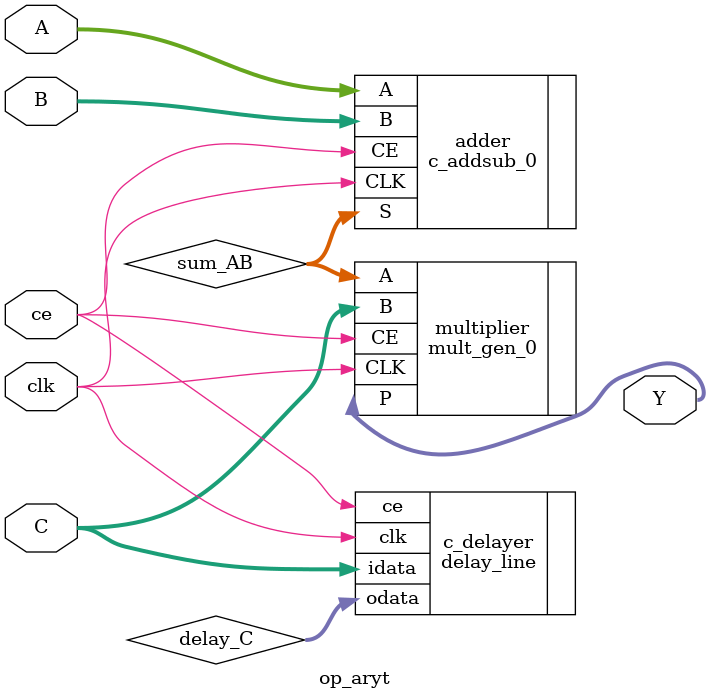
<source format=v>
`timescale 1ns / 1ps

module op_aryt( // latency 2
    input clk,
    input ce,
    input [11:0] A,
    input [11:0] B,
    input [11:0] C,
    output [24:0] Y
    );
wire signed [12:0] sum_AB;
wire signed [11:0] delay_C;
wire signed [24:0] out;
delay_line #
(
    .N(12),
    .DELAY(2)
)
c_delayer
(
     .clk(clk),
     .ce(ce),
     .idata(C),
     .odata(delay_C)
);


// latency 2
c_addsub_0 adder
(
    .A(A),
    .B(B),
    .CLK(clk),
    .CE(ce),
    .S(sum_AB)
);


mult_gen_0 multiplier
(
    .CLK(clk),
    .A(sum_AB),
    .B(C),
    .CE(ce),
    .P(Y)
);

//assign Y = out;

endmodule

// Jakub Glod 417193
</source>
